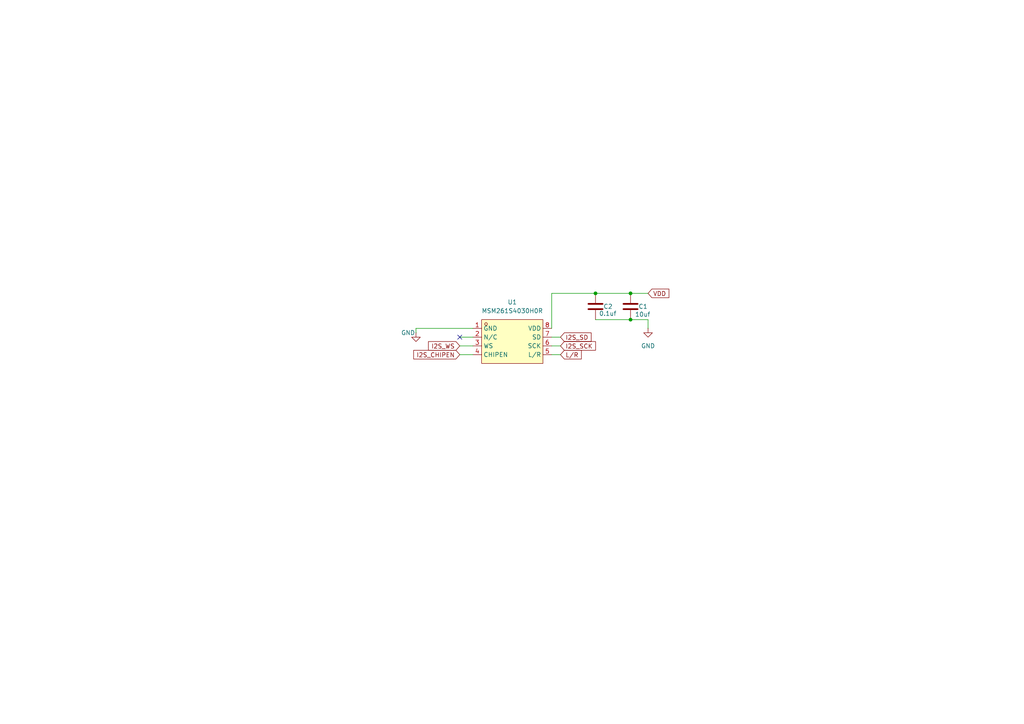
<source format=kicad_sch>
(kicad_sch (version 20231120) (generator "eeschema") (generator_version "8.0")
  (paper "A4")
  (title_block (date "2024-9-19") (company "Krysztal Huang <krysztal.huang@outlook.com>"))
  (lib_symbols
    (symbol "Device:C" (pin_numbers hide) (pin_names (offset 0.254))
      (property "Reference" "C" (at 0.635 2.54 0))
      (property "Value" "C" (at 0.635 -2.54 0))
      (symbol "C_0_1"
        (polyline (pts (xy -2.032 -0.762) (xy 2.032 -0.762)) (stroke (width 0.508)))
        (polyline (pts (xy -2.032 0.762) (xy 2.032 0.762)) (stroke (width 0.508)))
      )
      (symbol "C_1_1"
        (pin passive line (at 0 3.81 270) (length 2.794) (name "~") (number "1"))
        (pin passive line (at 0 -3.81 90) (length 2.794) (name "~") (number "2"))
      )
    )
    (symbol "easyeda2kicad:MSM261S4030H0R"
      (property "Reference" "U" (at 0 8.89 0))
      (property "Value" "MSM261S4030H0R" (at 0 -8.89 0))
      (symbol "MSM261S4030H0R_0_1"
        (rectangle (start -8.89 6.35) (end 8.89 -6.35) (fill (type background)))
        (circle (center -7.62 5.08) (radius 0.38))
        (pin unspecified line (at -11.43 3.81 0) (length 2.54) (name "GND") (number "1"))
        (pin unspecified line (at -11.43 1.27 0) (length 2.54) (name "N/C") (number "2"))
        (pin unspecified line (at -11.43 -1.27 0) (length 2.54) (name "WS") (number "3"))
        (pin unspecified line (at -11.43 -3.81 0) (length 2.54) (name "CHIPEN") (number "4"))
        (pin unspecified line (at 11.43 -3.81 180) (length 2.54) (name "L/R") (number "5"))
        (pin unspecified line (at 11.43 -1.27 180) (length 2.54) (name "SCK") (number "6"))
        (pin unspecified line (at 11.43 1.27 180) (length 2.54) (name "SD") (number "7"))
        (pin unspecified line (at 11.43 3.81 180) (length 2.54) (name "VDD") (number "8"))
      )
    )
    (symbol "power:GND" (power) (pin_numbers hide) (pin_names (offset 0) hide)
      (property "Value" "GND" (at 0 -3.81 0))
      (symbol "GND_0_1"
        (polyline (pts (xy 0 0) (xy 0 -1.27) (xy 1.27 -1.27) (xy 0 -2.54) (xy -1.27 -1.27) (xy 0 -1.27)))
      )
      (symbol "GND_1_1"
        (pin power_in line (at 0 0 270) (length 0) (name "~") (number "1"))
      )
    )
  )
  (junction (at 182.88 85.09))
  (junction (at 172.72 85.09))
  (junction (at 182.88 92.71))
  (no_connect (at 133.35 97.79))
  (wire (pts (xy 187.96 92.71) (xy 187.96 95.25)))
  (wire (pts (xy 172.72 85.09) (xy 182.88 85.09)))
  (wire (pts (xy 133.35 97.79) (xy 137.16 97.79)))
  (wire (pts (xy 172.72 92.71) (xy 182.88 92.71)))
  (wire (pts (xy 120.65 95.25) (xy 120.65 96.52)))
  (wire (pts (xy 187.96 92.71) (xy 182.88 92.71)))
  (wire (pts (xy 120.65 95.25) (xy 137.16 95.25)))
  (wire (pts (xy 160.02 100.33) (xy 162.56 100.33)))
  (wire (pts (xy 160.02 97.79) (xy 162.56 97.79)))
  (wire (pts (xy 162.56 102.87) (xy 160.02 102.87)))
  (wire (pts (xy 160.02 85.09) (xy 160.02 95.25)))
  (wire (pts (xy 133.35 100.33) (xy 137.16 100.33)))
  (wire (pts (xy 160.02 85.09) (xy 172.72 85.09)))
  (wire (pts (xy 182.88 85.09) (xy 187.96 85.09)))
  (wire (pts (xy 133.35 102.87) (xy 137.16 102.87)))
  (global_label "I2S_WS" (shape input) (at 133.35 100.33 180) (property "Intersheetrefs" "${INTERSHEET_REFS}" (effects (hide yes))))
  (global_label "L{slash}R" (shape input) (at 162.56 102.87 0) (property "Intersheetrefs" "${INTERSHEET_REFS}" (effects (hide yes))))
  (global_label "I2S_CHIPEN" (shape input) (at 133.35 102.87 180) (property "Intersheetrefs" "${INTERSHEET_REFS}" (effects (hide yes))))
  (global_label "VDD" (shape input) (at 187.96 85.09 0) (property "Intersheetrefs" "${INTERSHEET_REFS}" (effects (hide yes))))
  (global_label "I2S_SCK" (shape input) (at 162.56 100.33 0) (property "Intersheetrefs" "${INTERSHEET_REFS}" (effects (hide yes))))
  (global_label "I2S_SD" (shape input) (at 162.56 97.79 0) (property "Intersheetrefs" "${INTERSHEET_REFS}" (effects (hide yes))))
  (symbol (lib_id "power:GND") (at 187.96 95.25 0) (unit 1)
    (property "Reference" "#PWR01" (effects (hide yes)))
    (property "Value" "GND" (at 187.96 100.33 0))
    (property "Description" "Power symbol creates a global label with name \"GND\" , ground" (effects (hide yes)))
  )
  (symbol (lib_id "power:GND") (at 120.65 96.52 0) (unit 1)
    (property "Reference" "#PWR02" (effects (hide yes)))
    (property "Value" "GND" (at 118.364 96.52 0))
    (property "Description" "Power symbol creates a global label with name \"GND\" , ground" (effects (hide yes)))
  )
  (symbol (lib_id "easyeda2kicad:MSM261S4030H0R") (at 148.59 99.06 0) (unit 1)
    (property "Reference" "U1" (at 148.59 87.63 0))
    (property "Value" "MSM261S4030H0R" (at 148.59 90.17 0))
    (property "Footprint" "easyeda2kicad:LGA-8_L4.0-W3.0-P1.00-BL" (effects (hide yes)))
    (property "LCSC Part" "C2840615" (effects (hide yes)))
  )
  (symbol (lib_id "Device:C") (at 182.88 88.9 0) (unit 1)
    (property "Reference" "C1" (at 185.166 88.9 0) (effects (justify left)))
    (property "Value" "10uf" (at 184.15 91.186 0) (effects (justify left)))
    (property "Description" "Unpolarized capacitor" (effects (hide yes)))
  )
  (symbol (lib_id "Device:C") (at 172.72 88.9 0) (unit 1)
    (property "Reference" "C2" (at 175.006 88.9 0) (effects (justify left)))
    (property "Value" "0.1uf" (at 173.736 90.932 0) (effects (justify left)))
    (property "Description" "Unpolarized capacitor" (effects (hide yes)))
  )
)
</source>
